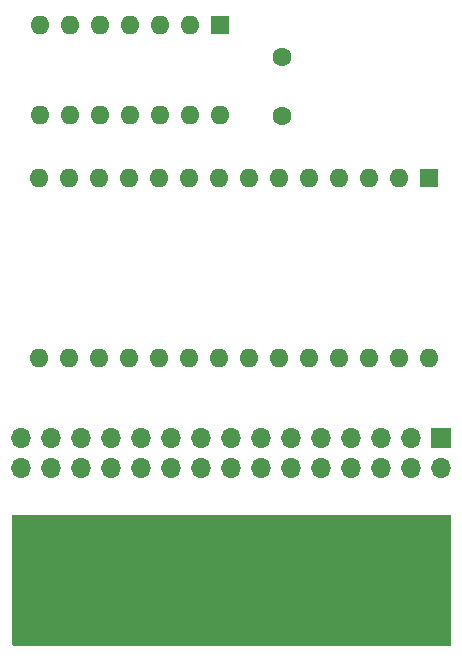
<source format=gbr>
%TF.GenerationSoftware,KiCad,Pcbnew,(6.0.5-0)*%
%TF.CreationDate,2022-07-06T11:09:22-04:00*%
%TF.ProjectId,SVI328MSX,53564933-3238-44d5-9358-2e6b69636164,rev?*%
%TF.SameCoordinates,Original*%
%TF.FileFunction,Soldermask,Top*%
%TF.FilePolarity,Negative*%
%FSLAX46Y46*%
G04 Gerber Fmt 4.6, Leading zero omitted, Abs format (unit mm)*
G04 Created by KiCad (PCBNEW (6.0.5-0)) date 2022-07-06 11:09:22*
%MOMM*%
%LPD*%
G01*
G04 APERTURE LIST*
%ADD10C,0.100000*%
%ADD11R,1.500000X11.000000*%
%ADD12R,1.600000X1.600000*%
%ADD13O,1.600000X1.600000*%
%ADD14C,1.600000*%
%ADD15R,1.700000X1.700000*%
%ADD16O,1.700000X1.700000*%
G04 APERTURE END LIST*
D10*
G36*
X153000000Y-103500000D02*
G01*
X116000000Y-103500000D01*
X116000000Y-92500000D01*
X153000000Y-92500000D01*
X153000000Y-103500000D01*
G37*
X153000000Y-103500000D02*
X116000000Y-103500000D01*
X116000000Y-92500000D01*
X153000000Y-92500000D01*
X153000000Y-103500000D01*
D11*
%TO.C,J1*%
X152240000Y-98000000D03*
X149700000Y-98000000D03*
X147160000Y-98000000D03*
X144620000Y-98000000D03*
X142080000Y-98000000D03*
X139540000Y-98000000D03*
X137000000Y-98000000D03*
X134460000Y-98000000D03*
X131920000Y-98000000D03*
X129380000Y-98000000D03*
X126840000Y-98000000D03*
X124300000Y-98000000D03*
X121760000Y-98000000D03*
X119220000Y-98000000D03*
X116680000Y-98000000D03*
%TD*%
D12*
%TO.C,U2*%
X133500000Y-51000000D03*
D13*
X130960000Y-51000000D03*
X128420000Y-51000000D03*
X125880000Y-51000000D03*
X123340000Y-51000000D03*
X120800000Y-51000000D03*
X118260000Y-51000000D03*
X118260000Y-58620000D03*
X120800000Y-58620000D03*
X123340000Y-58620000D03*
X125880000Y-58620000D03*
X128420000Y-58620000D03*
X130960000Y-58620000D03*
X133500000Y-58620000D03*
%TD*%
D12*
%TO.C,U1*%
X151250000Y-64000000D03*
D13*
X148710000Y-64000000D03*
X146170000Y-64000000D03*
X143630000Y-64000000D03*
X141090000Y-64000000D03*
X138550000Y-64000000D03*
X136010000Y-64000000D03*
X133470000Y-64000000D03*
X130930000Y-64000000D03*
X128390000Y-64000000D03*
X125850000Y-64000000D03*
X123310000Y-64000000D03*
X120770000Y-64000000D03*
X118230000Y-64000000D03*
X118230000Y-79240000D03*
X120770000Y-79240000D03*
X123310000Y-79240000D03*
X125850000Y-79240000D03*
X128390000Y-79240000D03*
X130930000Y-79240000D03*
X133470000Y-79240000D03*
X136010000Y-79240000D03*
X138550000Y-79240000D03*
X141090000Y-79240000D03*
X143630000Y-79240000D03*
X146170000Y-79240000D03*
X148710000Y-79240000D03*
X151250000Y-79240000D03*
%TD*%
D14*
%TO.C,C1*%
X138750000Y-58750000D03*
X138750000Y-53750000D03*
%TD*%
D15*
%TO.C,J2*%
X152250000Y-86000000D03*
D16*
X152250000Y-88540000D03*
X149710000Y-86000000D03*
X149710000Y-88540000D03*
X147170000Y-86000000D03*
X147170000Y-88540000D03*
X144630000Y-86000000D03*
X144630000Y-88540000D03*
X142090000Y-86000000D03*
X142090000Y-88540000D03*
X139550000Y-86000000D03*
X139550000Y-88540000D03*
X137010000Y-86000000D03*
X137010000Y-88540000D03*
X134470000Y-86000000D03*
X134470000Y-88540000D03*
X131930000Y-86000000D03*
X131930000Y-88540000D03*
X129390000Y-86000000D03*
X129390000Y-88540000D03*
X126850000Y-86000000D03*
X126850000Y-88540000D03*
X124310000Y-86000000D03*
X124310000Y-88540000D03*
X121770000Y-86000000D03*
X121770000Y-88540000D03*
X119230000Y-86000000D03*
X119230000Y-88540000D03*
X116690000Y-86000000D03*
X116690000Y-88540000D03*
%TD*%
M02*

</source>
